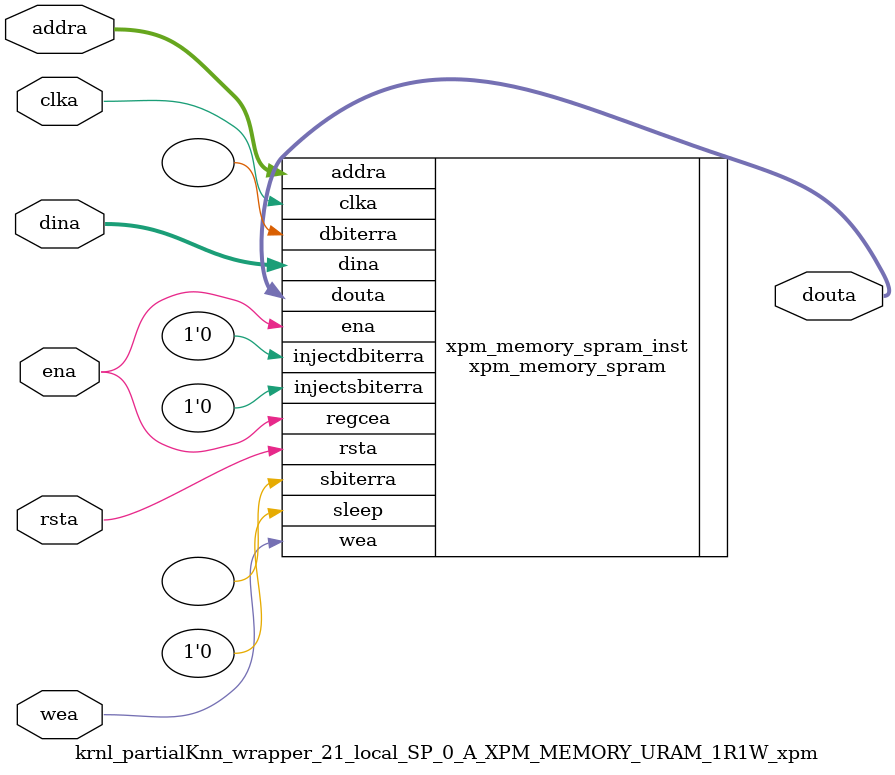
<source format=v>
`timescale 1 ns / 1 ps
module krnl_partialKnn_wrapper_21_local_SP_0_A_XPM_MEMORY_URAM_1R1W_xpm # (
  // Common module parameters
  parameter integer                 MEMORY_SIZE        = 524288,
  parameter                         MEMORY_PRIMITIVE   = "ultra",
  parameter                         ECC_MODE           = "no_ecc",
  parameter                         MEMORY_INIT_FILE   = "none",
  parameter                         WAKEUP_TIME        = "disable_sleep",
  parameter integer                 MESSAGE_CONTROL    = 0,
  // Port A module parameters
  parameter integer                 WRITE_DATA_WIDTH_A = 256,
  parameter integer                 READ_DATA_WIDTH_A  = WRITE_DATA_WIDTH_A,
  parameter integer                 BYTE_WRITE_WIDTH_A = WRITE_DATA_WIDTH_A,
  parameter integer                 ADDR_WIDTH_A       = 11,
  parameter                         READ_RESET_VALUE_A = "0",
  parameter integer                 READ_LATENCY_A     = 1,
  parameter                         WRITE_MODE_A       = "read_first"
) (
  // Port A module ports
  input  wire                                               clka,
  input  wire                                               rsta,
  input  wire                                               ena,
  input  wire [(WRITE_DATA_WIDTH_A/BYTE_WRITE_WIDTH_A)-1:0] wea,
  input  wire [ADDR_WIDTH_A-1:0]                            addra,
  input  wire [WRITE_DATA_WIDTH_A-1:0]                      dina,
  output wire [READ_DATA_WIDTH_A-1:0]                       douta
);
// Set parameter values and connect ports to instantiate an XPM_MEMORY single port RAM configuration
xpm_memory_spram # (
  // Common module parameters
  .MEMORY_SIZE        (MEMORY_SIZE),   //positive integer
  .MEMORY_PRIMITIVE   (MEMORY_PRIMITIVE),      //string; "auto", "distributed", "block" or "ultra";
  .ECC_MODE           (ECC_MODE),      //do not change
  .MEMORY_INIT_FILE   (MEMORY_INIT_FILE), //string; "none" or "<filename>.mem" 
  .MEMORY_INIT_PARAM  (""), //string;
  .WAKEUP_TIME        (WAKEUP_TIME),      //string; "disable_sleep" or "use_sleep_pin"
  .MESSAGE_CONTROL    (MESSAGE_CONTROL),      //do not change
  // Port A module parameters
  .WRITE_DATA_WIDTH_A (WRITE_DATA_WIDTH_A),     //positive integer
  .READ_DATA_WIDTH_A  (READ_DATA_WIDTH_A),     //positive integer
  .BYTE_WRITE_WIDTH_A (BYTE_WRITE_WIDTH_A),     //integer; 8, 9, or WRITE_DATA_WIDTH_A value
  .ADDR_WIDTH_A       (ADDR_WIDTH_A),      //positive integer
  .READ_RESET_VALUE_A (READ_RESET_VALUE_A),  //string
  .READ_LATENCY_A     (READ_LATENCY_A),      //non-negative integer
  .WRITE_MODE_A       (WRITE_MODE_A)       //string; "write_first", "read_first", "no_change"
) xpm_memory_spram_inst (
  // Common module ports
  .sleep          (1'b0),  //do not change
  // Port A module ports
  .clka           (clka),
  .rsta           (rsta),
  .ena            (ena),
  .regcea         (ena),
  .wea            (wea),
  .addra          (addra),
  .dina           (dina),
  .injectsbiterra (1'b0),  //do not change
  .injectdbiterra (1'b0),  //do not change
  .douta          (douta),
  .sbiterra       (),      //do not change
  .dbiterra       ()       //do not change
);
endmodule
</source>
